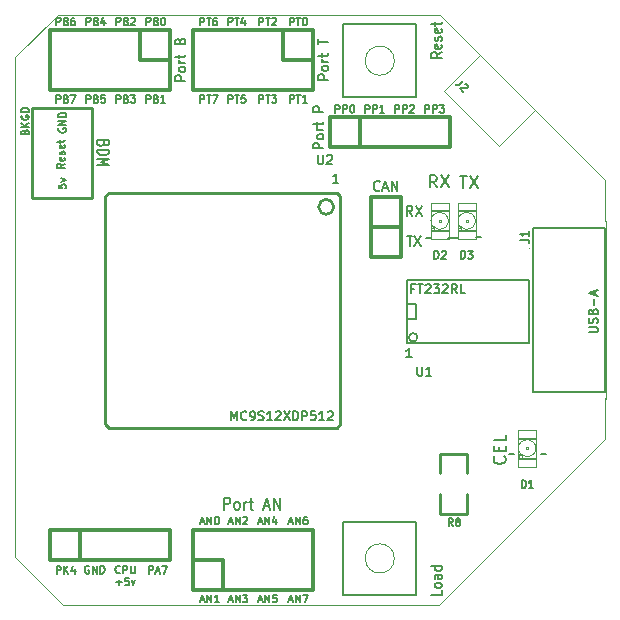
<source format=gto>
G04 (created by PCBNEW (22-Jun-2014 BZR 4027)-stable) date Sat 19 May 2018 03:07:35 PM EDT*
%MOIN*%
G04 Gerber Fmt 3.4, Leading zero omitted, Abs format*
%FSLAX34Y34*%
G01*
G70*
G90*
G04 APERTURE LIST*
%ADD10C,0.00590551*%
%ADD11C,0.00669291*%
%ADD12C,0.001*%
%ADD13C,0.005*%
%ADD14C,0.008*%
%ADD15C,0.007*%
%ADD16C,0.00748031*%
%ADD17C,0.006*%
%ADD18C,0.012*%
%ADD19C,0.002*%
%ADD20C,0.004*%
%ADD21C,0.0026*%
%ADD22C,0.01*%
%ADD23C,0.00125*%
G04 APERTURE END LIST*
G54D10*
G54D11*
X54956Y-29592D02*
X55136Y-29592D01*
X55046Y-29926D02*
X55046Y-29592D01*
X55211Y-29592D02*
X55421Y-29926D01*
X55421Y-29592D02*
X55211Y-29926D01*
X55144Y-28926D02*
X55039Y-28767D01*
X54964Y-28926D02*
X54964Y-28592D01*
X55084Y-28592D01*
X55114Y-28608D01*
X55129Y-28624D01*
X55144Y-28655D01*
X55144Y-28703D01*
X55129Y-28735D01*
X55114Y-28751D01*
X55084Y-28767D01*
X54964Y-28767D01*
X55249Y-28592D02*
X55459Y-28926D01*
X55459Y-28592D02*
X55249Y-28926D01*
X54049Y-28076D02*
X54034Y-28091D01*
X53989Y-28107D01*
X53959Y-28107D01*
X53914Y-28091D01*
X53884Y-28060D01*
X53869Y-28028D01*
X53854Y-27964D01*
X53854Y-27916D01*
X53869Y-27852D01*
X53884Y-27821D01*
X53914Y-27789D01*
X53959Y-27773D01*
X53989Y-27773D01*
X54034Y-27789D01*
X54049Y-27805D01*
X54169Y-28012D02*
X54319Y-28012D01*
X54139Y-28107D02*
X54244Y-27773D01*
X54349Y-28107D01*
X54454Y-28107D02*
X54454Y-27773D01*
X54634Y-28107D01*
X54634Y-27773D01*
G54D12*
X43318Y-22224D02*
X43511Y-22224D01*
X41893Y-23649D02*
X43318Y-22224D01*
X41893Y-23842D02*
X41893Y-23649D01*
G54D13*
X43269Y-25160D02*
X43269Y-24910D01*
X43364Y-24910D01*
X43388Y-24922D01*
X43400Y-24934D01*
X43412Y-24957D01*
X43412Y-24993D01*
X43400Y-25017D01*
X43388Y-25029D01*
X43364Y-25041D01*
X43269Y-25041D01*
X43602Y-25029D02*
X43638Y-25041D01*
X43650Y-25053D01*
X43662Y-25076D01*
X43662Y-25112D01*
X43650Y-25136D01*
X43638Y-25148D01*
X43614Y-25160D01*
X43519Y-25160D01*
X43519Y-24910D01*
X43602Y-24910D01*
X43626Y-24922D01*
X43638Y-24934D01*
X43650Y-24957D01*
X43650Y-24981D01*
X43638Y-25005D01*
X43626Y-25017D01*
X43602Y-25029D01*
X43519Y-25029D01*
X43745Y-24910D02*
X43912Y-24910D01*
X43804Y-25160D01*
X44269Y-25160D02*
X44269Y-24910D01*
X44364Y-24910D01*
X44388Y-24922D01*
X44400Y-24934D01*
X44412Y-24957D01*
X44412Y-24993D01*
X44400Y-25017D01*
X44388Y-25029D01*
X44364Y-25041D01*
X44269Y-25041D01*
X44602Y-25029D02*
X44638Y-25041D01*
X44650Y-25053D01*
X44662Y-25076D01*
X44662Y-25112D01*
X44650Y-25136D01*
X44638Y-25148D01*
X44614Y-25160D01*
X44519Y-25160D01*
X44519Y-24910D01*
X44602Y-24910D01*
X44626Y-24922D01*
X44638Y-24934D01*
X44650Y-24957D01*
X44650Y-24981D01*
X44638Y-25005D01*
X44626Y-25017D01*
X44602Y-25029D01*
X44519Y-25029D01*
X44888Y-24910D02*
X44769Y-24910D01*
X44757Y-25029D01*
X44769Y-25017D01*
X44793Y-25005D01*
X44852Y-25005D01*
X44876Y-25017D01*
X44888Y-25029D01*
X44900Y-25053D01*
X44900Y-25112D01*
X44888Y-25136D01*
X44876Y-25148D01*
X44852Y-25160D01*
X44793Y-25160D01*
X44769Y-25148D01*
X44757Y-25136D01*
X45269Y-25160D02*
X45269Y-24910D01*
X45364Y-24910D01*
X45388Y-24922D01*
X45400Y-24934D01*
X45412Y-24957D01*
X45412Y-24993D01*
X45400Y-25017D01*
X45388Y-25029D01*
X45364Y-25041D01*
X45269Y-25041D01*
X45602Y-25029D02*
X45638Y-25041D01*
X45650Y-25053D01*
X45662Y-25076D01*
X45662Y-25112D01*
X45650Y-25136D01*
X45638Y-25148D01*
X45614Y-25160D01*
X45519Y-25160D01*
X45519Y-24910D01*
X45602Y-24910D01*
X45626Y-24922D01*
X45638Y-24934D01*
X45650Y-24957D01*
X45650Y-24981D01*
X45638Y-25005D01*
X45626Y-25017D01*
X45602Y-25029D01*
X45519Y-25029D01*
X45745Y-24910D02*
X45900Y-24910D01*
X45816Y-25005D01*
X45852Y-25005D01*
X45876Y-25017D01*
X45888Y-25029D01*
X45900Y-25053D01*
X45900Y-25112D01*
X45888Y-25136D01*
X45876Y-25148D01*
X45852Y-25160D01*
X45781Y-25160D01*
X45757Y-25148D01*
X45745Y-25136D01*
X46269Y-25160D02*
X46269Y-24910D01*
X46364Y-24910D01*
X46388Y-24922D01*
X46400Y-24934D01*
X46412Y-24957D01*
X46412Y-24993D01*
X46400Y-25017D01*
X46388Y-25029D01*
X46364Y-25041D01*
X46269Y-25041D01*
X46602Y-25029D02*
X46638Y-25041D01*
X46650Y-25053D01*
X46662Y-25076D01*
X46662Y-25112D01*
X46650Y-25136D01*
X46638Y-25148D01*
X46614Y-25160D01*
X46519Y-25160D01*
X46519Y-24910D01*
X46602Y-24910D01*
X46626Y-24922D01*
X46638Y-24934D01*
X46650Y-24957D01*
X46650Y-24981D01*
X46638Y-25005D01*
X46626Y-25017D01*
X46602Y-25029D01*
X46519Y-25029D01*
X46900Y-25160D02*
X46757Y-25160D01*
X46828Y-25160D02*
X46828Y-24910D01*
X46804Y-24945D01*
X46781Y-24969D01*
X46757Y-24981D01*
X43269Y-22581D02*
X43269Y-22331D01*
X43364Y-22331D01*
X43388Y-22343D01*
X43400Y-22355D01*
X43412Y-22379D01*
X43412Y-22414D01*
X43400Y-22438D01*
X43388Y-22450D01*
X43364Y-22462D01*
X43269Y-22462D01*
X43602Y-22450D02*
X43638Y-22462D01*
X43650Y-22474D01*
X43662Y-22498D01*
X43662Y-22533D01*
X43650Y-22557D01*
X43638Y-22569D01*
X43614Y-22581D01*
X43519Y-22581D01*
X43519Y-22331D01*
X43602Y-22331D01*
X43626Y-22343D01*
X43638Y-22355D01*
X43650Y-22379D01*
X43650Y-22402D01*
X43638Y-22426D01*
X43626Y-22438D01*
X43602Y-22450D01*
X43519Y-22450D01*
X43876Y-22331D02*
X43828Y-22331D01*
X43804Y-22343D01*
X43793Y-22355D01*
X43769Y-22391D01*
X43757Y-22438D01*
X43757Y-22533D01*
X43769Y-22557D01*
X43781Y-22569D01*
X43804Y-22581D01*
X43852Y-22581D01*
X43876Y-22569D01*
X43888Y-22557D01*
X43900Y-22533D01*
X43900Y-22474D01*
X43888Y-22450D01*
X43876Y-22438D01*
X43852Y-22426D01*
X43804Y-22426D01*
X43781Y-22438D01*
X43769Y-22450D01*
X43757Y-22474D01*
X44269Y-22581D02*
X44269Y-22331D01*
X44364Y-22331D01*
X44388Y-22343D01*
X44400Y-22355D01*
X44412Y-22379D01*
X44412Y-22414D01*
X44400Y-22438D01*
X44388Y-22450D01*
X44364Y-22462D01*
X44269Y-22462D01*
X44602Y-22450D02*
X44638Y-22462D01*
X44650Y-22474D01*
X44662Y-22498D01*
X44662Y-22533D01*
X44650Y-22557D01*
X44638Y-22569D01*
X44614Y-22581D01*
X44519Y-22581D01*
X44519Y-22331D01*
X44602Y-22331D01*
X44626Y-22343D01*
X44638Y-22355D01*
X44650Y-22379D01*
X44650Y-22402D01*
X44638Y-22426D01*
X44626Y-22438D01*
X44602Y-22450D01*
X44519Y-22450D01*
X44876Y-22414D02*
X44876Y-22581D01*
X44816Y-22319D02*
X44757Y-22498D01*
X44912Y-22498D01*
X45269Y-22581D02*
X45269Y-22331D01*
X45364Y-22331D01*
X45388Y-22343D01*
X45400Y-22355D01*
X45412Y-22379D01*
X45412Y-22414D01*
X45400Y-22438D01*
X45388Y-22450D01*
X45364Y-22462D01*
X45269Y-22462D01*
X45602Y-22450D02*
X45638Y-22462D01*
X45650Y-22474D01*
X45662Y-22498D01*
X45662Y-22533D01*
X45650Y-22557D01*
X45638Y-22569D01*
X45614Y-22581D01*
X45519Y-22581D01*
X45519Y-22331D01*
X45602Y-22331D01*
X45626Y-22343D01*
X45638Y-22355D01*
X45650Y-22379D01*
X45650Y-22402D01*
X45638Y-22426D01*
X45626Y-22438D01*
X45602Y-22450D01*
X45519Y-22450D01*
X45757Y-22355D02*
X45769Y-22343D01*
X45793Y-22331D01*
X45852Y-22331D01*
X45876Y-22343D01*
X45888Y-22355D01*
X45900Y-22379D01*
X45900Y-22402D01*
X45888Y-22438D01*
X45745Y-22581D01*
X45900Y-22581D01*
X46269Y-22581D02*
X46269Y-22331D01*
X46364Y-22331D01*
X46388Y-22343D01*
X46400Y-22355D01*
X46412Y-22379D01*
X46412Y-22414D01*
X46400Y-22438D01*
X46388Y-22450D01*
X46364Y-22462D01*
X46269Y-22462D01*
X46602Y-22450D02*
X46638Y-22462D01*
X46650Y-22474D01*
X46662Y-22498D01*
X46662Y-22533D01*
X46650Y-22557D01*
X46638Y-22569D01*
X46614Y-22581D01*
X46519Y-22581D01*
X46519Y-22331D01*
X46602Y-22331D01*
X46626Y-22343D01*
X46638Y-22355D01*
X46650Y-22379D01*
X46650Y-22402D01*
X46638Y-22426D01*
X46626Y-22438D01*
X46602Y-22450D01*
X46519Y-22450D01*
X46816Y-22331D02*
X46840Y-22331D01*
X46864Y-22343D01*
X46876Y-22355D01*
X46888Y-22379D01*
X46900Y-22426D01*
X46900Y-22486D01*
X46888Y-22533D01*
X46876Y-22557D01*
X46864Y-22569D01*
X46840Y-22581D01*
X46816Y-22581D01*
X46793Y-22569D01*
X46781Y-22557D01*
X46769Y-22533D01*
X46757Y-22486D01*
X46757Y-22426D01*
X46769Y-22379D01*
X46781Y-22355D01*
X46793Y-22343D01*
X46816Y-22331D01*
G54D11*
X47576Y-24430D02*
X47241Y-24430D01*
X47241Y-24310D01*
X47257Y-24280D01*
X47273Y-24265D01*
X47305Y-24250D01*
X47353Y-24250D01*
X47385Y-24265D01*
X47401Y-24280D01*
X47417Y-24310D01*
X47417Y-24430D01*
X47576Y-24070D02*
X47560Y-24100D01*
X47544Y-24115D01*
X47512Y-24130D01*
X47417Y-24130D01*
X47385Y-24115D01*
X47369Y-24100D01*
X47353Y-24070D01*
X47353Y-24025D01*
X47369Y-23995D01*
X47385Y-23980D01*
X47417Y-23965D01*
X47512Y-23965D01*
X47544Y-23980D01*
X47560Y-23995D01*
X47576Y-24025D01*
X47576Y-24070D01*
X47576Y-23830D02*
X47353Y-23830D01*
X47417Y-23830D02*
X47385Y-23815D01*
X47369Y-23800D01*
X47353Y-23770D01*
X47353Y-23740D01*
X47353Y-23680D02*
X47353Y-23560D01*
X47241Y-23635D02*
X47528Y-23635D01*
X47560Y-23620D01*
X47576Y-23590D01*
X47576Y-23560D01*
X47401Y-23110D02*
X47417Y-23065D01*
X47432Y-23050D01*
X47464Y-23035D01*
X47512Y-23035D01*
X47544Y-23050D01*
X47560Y-23065D01*
X47576Y-23095D01*
X47576Y-23215D01*
X47241Y-23215D01*
X47241Y-23110D01*
X47257Y-23080D01*
X47273Y-23065D01*
X47305Y-23050D01*
X47337Y-23050D01*
X47369Y-23065D01*
X47385Y-23080D01*
X47401Y-23110D01*
X47401Y-23215D01*
G54D13*
X55568Y-25494D02*
X55568Y-25244D01*
X55663Y-25244D01*
X55687Y-25256D01*
X55699Y-25268D01*
X55711Y-25292D01*
X55711Y-25328D01*
X55699Y-25352D01*
X55687Y-25363D01*
X55663Y-25375D01*
X55568Y-25375D01*
X55818Y-25494D02*
X55818Y-25244D01*
X55913Y-25244D01*
X55937Y-25256D01*
X55949Y-25268D01*
X55961Y-25292D01*
X55961Y-25328D01*
X55949Y-25352D01*
X55937Y-25363D01*
X55913Y-25375D01*
X55818Y-25375D01*
X56044Y-25244D02*
X56199Y-25244D01*
X56116Y-25340D01*
X56151Y-25340D01*
X56175Y-25352D01*
X56187Y-25363D01*
X56199Y-25387D01*
X56199Y-25447D01*
X56187Y-25471D01*
X56175Y-25482D01*
X56151Y-25494D01*
X56080Y-25494D01*
X56056Y-25482D01*
X56044Y-25471D01*
X54568Y-25494D02*
X54568Y-25244D01*
X54663Y-25244D01*
X54687Y-25256D01*
X54699Y-25268D01*
X54711Y-25292D01*
X54711Y-25328D01*
X54699Y-25352D01*
X54687Y-25363D01*
X54663Y-25375D01*
X54568Y-25375D01*
X54818Y-25494D02*
X54818Y-25244D01*
X54913Y-25244D01*
X54937Y-25256D01*
X54949Y-25268D01*
X54961Y-25292D01*
X54961Y-25328D01*
X54949Y-25352D01*
X54937Y-25363D01*
X54913Y-25375D01*
X54818Y-25375D01*
X55056Y-25268D02*
X55068Y-25256D01*
X55092Y-25244D01*
X55151Y-25244D01*
X55175Y-25256D01*
X55187Y-25268D01*
X55199Y-25292D01*
X55199Y-25316D01*
X55187Y-25352D01*
X55044Y-25494D01*
X55199Y-25494D01*
X53572Y-25494D02*
X53572Y-25244D01*
X53667Y-25244D01*
X53691Y-25256D01*
X53703Y-25268D01*
X53715Y-25292D01*
X53715Y-25328D01*
X53703Y-25352D01*
X53691Y-25363D01*
X53667Y-25375D01*
X53572Y-25375D01*
X53822Y-25494D02*
X53822Y-25244D01*
X53917Y-25244D01*
X53941Y-25256D01*
X53953Y-25268D01*
X53965Y-25292D01*
X53965Y-25328D01*
X53953Y-25352D01*
X53941Y-25363D01*
X53917Y-25375D01*
X53822Y-25375D01*
X54203Y-25494D02*
X54060Y-25494D01*
X54131Y-25494D02*
X54131Y-25244D01*
X54108Y-25280D01*
X54084Y-25304D01*
X54060Y-25316D01*
X52572Y-25494D02*
X52572Y-25244D01*
X52667Y-25244D01*
X52691Y-25256D01*
X52703Y-25268D01*
X52715Y-25292D01*
X52715Y-25328D01*
X52703Y-25352D01*
X52691Y-25363D01*
X52667Y-25375D01*
X52572Y-25375D01*
X52822Y-25494D02*
X52822Y-25244D01*
X52917Y-25244D01*
X52941Y-25256D01*
X52953Y-25268D01*
X52965Y-25292D01*
X52965Y-25328D01*
X52953Y-25352D01*
X52941Y-25363D01*
X52917Y-25375D01*
X52822Y-25375D01*
X53119Y-25244D02*
X53143Y-25244D01*
X53167Y-25256D01*
X53179Y-25268D01*
X53191Y-25292D01*
X53203Y-25340D01*
X53203Y-25399D01*
X53191Y-25447D01*
X53179Y-25471D01*
X53167Y-25482D01*
X53143Y-25494D01*
X53119Y-25494D01*
X53096Y-25482D01*
X53084Y-25471D01*
X53072Y-25447D01*
X53060Y-25399D01*
X53060Y-25340D01*
X53072Y-25292D01*
X53084Y-25268D01*
X53096Y-25256D01*
X53119Y-25244D01*
G54D11*
X52178Y-26674D02*
X51844Y-26674D01*
X51844Y-26554D01*
X51860Y-26524D01*
X51875Y-26509D01*
X51907Y-26494D01*
X51955Y-26494D01*
X51987Y-26509D01*
X52003Y-26524D01*
X52019Y-26554D01*
X52019Y-26674D01*
X52178Y-26314D02*
X52162Y-26344D01*
X52146Y-26359D01*
X52115Y-26374D01*
X52019Y-26374D01*
X51987Y-26359D01*
X51971Y-26344D01*
X51955Y-26314D01*
X51955Y-26269D01*
X51971Y-26239D01*
X51987Y-26224D01*
X52019Y-26209D01*
X52115Y-26209D01*
X52146Y-26224D01*
X52162Y-26239D01*
X52178Y-26269D01*
X52178Y-26314D01*
X52178Y-26074D02*
X51955Y-26074D01*
X52019Y-26074D02*
X51987Y-26059D01*
X51971Y-26044D01*
X51955Y-26014D01*
X51955Y-25984D01*
X51955Y-25924D02*
X51955Y-25804D01*
X51844Y-25879D02*
X52130Y-25879D01*
X52162Y-25864D01*
X52178Y-25834D01*
X52178Y-25804D01*
X52178Y-25459D02*
X51844Y-25459D01*
X51844Y-25339D01*
X51860Y-25309D01*
X51875Y-25294D01*
X51907Y-25279D01*
X51955Y-25279D01*
X51987Y-25294D01*
X52003Y-25309D01*
X52019Y-25339D01*
X52019Y-25459D01*
G54D12*
X61578Y-36374D02*
X61578Y-35023D01*
X59035Y-38917D02*
X61578Y-36374D01*
X56043Y-41909D02*
X59035Y-38917D01*
X43511Y-41909D02*
X56043Y-41909D01*
X41893Y-40291D02*
X43511Y-41909D01*
X41893Y-38625D02*
X41893Y-40291D01*
X41893Y-23842D02*
X41893Y-25547D01*
X61578Y-27755D02*
X61578Y-29122D01*
X56047Y-22224D02*
X61578Y-27755D01*
X43511Y-22224D02*
X56047Y-22224D01*
G54D11*
X44850Y-26515D02*
X44831Y-26560D01*
X44812Y-26575D01*
X44775Y-26590D01*
X44718Y-26590D01*
X44681Y-26575D01*
X44662Y-26560D01*
X44643Y-26530D01*
X44643Y-26410D01*
X45037Y-26410D01*
X45037Y-26515D01*
X45018Y-26545D01*
X45000Y-26560D01*
X44962Y-26575D01*
X44925Y-26575D01*
X44887Y-26560D01*
X44868Y-26545D01*
X44850Y-26515D01*
X44850Y-26410D01*
X44643Y-26725D02*
X45037Y-26725D01*
X45037Y-26800D01*
X45018Y-26845D01*
X44981Y-26875D01*
X44943Y-26890D01*
X44868Y-26905D01*
X44812Y-26905D01*
X44737Y-26890D01*
X44700Y-26875D01*
X44662Y-26845D01*
X44643Y-26800D01*
X44643Y-26725D01*
X44643Y-27040D02*
X45037Y-27040D01*
X44756Y-27145D01*
X45037Y-27250D01*
X44643Y-27250D01*
X52340Y-24392D02*
X52005Y-24392D01*
X52005Y-24272D01*
X52021Y-24242D01*
X52037Y-24227D01*
X52069Y-24212D01*
X52117Y-24212D01*
X52148Y-24227D01*
X52164Y-24242D01*
X52180Y-24272D01*
X52180Y-24392D01*
X52340Y-24032D02*
X52324Y-24062D01*
X52308Y-24077D01*
X52276Y-24092D01*
X52180Y-24092D01*
X52148Y-24077D01*
X52133Y-24062D01*
X52117Y-24032D01*
X52117Y-23987D01*
X52133Y-23957D01*
X52148Y-23942D01*
X52180Y-23927D01*
X52276Y-23927D01*
X52308Y-23942D01*
X52324Y-23957D01*
X52340Y-23987D01*
X52340Y-24032D01*
X52340Y-23792D02*
X52117Y-23792D01*
X52180Y-23792D02*
X52148Y-23777D01*
X52133Y-23762D01*
X52117Y-23732D01*
X52117Y-23702D01*
X52117Y-23642D02*
X52117Y-23522D01*
X52005Y-23597D02*
X52292Y-23597D01*
X52324Y-23582D01*
X52340Y-23552D01*
X52340Y-23522D01*
X52005Y-23222D02*
X52005Y-23042D01*
X52340Y-23132D02*
X52005Y-23132D01*
G54D14*
X48874Y-38728D02*
X48874Y-38328D01*
X49007Y-38328D01*
X49040Y-38347D01*
X49057Y-38366D01*
X49074Y-38405D01*
X49074Y-38462D01*
X49057Y-38500D01*
X49040Y-38519D01*
X49007Y-38538D01*
X48874Y-38538D01*
X49274Y-38728D02*
X49240Y-38709D01*
X49224Y-38690D01*
X49207Y-38652D01*
X49207Y-38538D01*
X49224Y-38500D01*
X49240Y-38481D01*
X49274Y-38462D01*
X49324Y-38462D01*
X49357Y-38481D01*
X49374Y-38500D01*
X49390Y-38538D01*
X49390Y-38652D01*
X49374Y-38690D01*
X49357Y-38709D01*
X49324Y-38728D01*
X49274Y-38728D01*
X49540Y-38728D02*
X49540Y-38462D01*
X49540Y-38538D02*
X49557Y-38500D01*
X49574Y-38481D01*
X49607Y-38462D01*
X49640Y-38462D01*
X49707Y-38462D02*
X49840Y-38462D01*
X49757Y-38328D02*
X49757Y-38671D01*
X49774Y-38709D01*
X49807Y-38728D01*
X49840Y-38728D01*
X50207Y-38614D02*
X50374Y-38614D01*
X50174Y-38728D02*
X50290Y-38328D01*
X50407Y-38728D01*
X50524Y-38728D02*
X50524Y-38328D01*
X50724Y-38728D01*
X50724Y-38328D01*
G54D11*
X56127Y-23480D02*
X55958Y-23585D01*
X56127Y-23660D02*
X55773Y-23660D01*
X55773Y-23540D01*
X55790Y-23510D01*
X55807Y-23495D01*
X55840Y-23480D01*
X55891Y-23480D01*
X55925Y-23495D01*
X55942Y-23510D01*
X55958Y-23540D01*
X55958Y-23660D01*
X56110Y-23225D02*
X56127Y-23255D01*
X56127Y-23315D01*
X56110Y-23345D01*
X56077Y-23360D01*
X55942Y-23360D01*
X55908Y-23345D01*
X55891Y-23315D01*
X55891Y-23255D01*
X55908Y-23225D01*
X55942Y-23210D01*
X55975Y-23210D01*
X56009Y-23360D01*
X56110Y-23090D02*
X56127Y-23060D01*
X56127Y-23000D01*
X56110Y-22970D01*
X56077Y-22955D01*
X56060Y-22955D01*
X56026Y-22970D01*
X56009Y-23000D01*
X56009Y-23045D01*
X55992Y-23075D01*
X55958Y-23090D01*
X55942Y-23090D01*
X55908Y-23075D01*
X55891Y-23045D01*
X55891Y-23000D01*
X55908Y-22970D01*
X56110Y-22700D02*
X56127Y-22730D01*
X56127Y-22790D01*
X56110Y-22820D01*
X56077Y-22835D01*
X55942Y-22835D01*
X55908Y-22820D01*
X55891Y-22790D01*
X55891Y-22730D01*
X55908Y-22700D01*
X55942Y-22685D01*
X55975Y-22685D01*
X56009Y-22835D01*
X55891Y-22595D02*
X55891Y-22475D01*
X55773Y-22550D02*
X56077Y-22550D01*
X56110Y-22535D01*
X56127Y-22505D01*
X56127Y-22475D01*
X56127Y-41420D02*
X56127Y-41570D01*
X55773Y-41570D01*
X56127Y-41270D02*
X56110Y-41300D01*
X56093Y-41315D01*
X56060Y-41330D01*
X55958Y-41330D01*
X55925Y-41315D01*
X55908Y-41300D01*
X55891Y-41270D01*
X55891Y-41225D01*
X55908Y-41195D01*
X55925Y-41180D01*
X55958Y-41165D01*
X56060Y-41165D01*
X56093Y-41180D01*
X56110Y-41195D01*
X56127Y-41225D01*
X56127Y-41270D01*
X56127Y-40895D02*
X55942Y-40895D01*
X55908Y-40910D01*
X55891Y-40940D01*
X55891Y-41000D01*
X55908Y-41030D01*
X56110Y-40895D02*
X56127Y-40925D01*
X56127Y-41000D01*
X56110Y-41030D01*
X56077Y-41045D01*
X56043Y-41045D01*
X56009Y-41030D01*
X55992Y-41000D01*
X55992Y-40925D01*
X55975Y-40895D01*
X56127Y-40610D02*
X55773Y-40610D01*
X56110Y-40610D02*
X56127Y-40640D01*
X56127Y-40700D01*
X56110Y-40730D01*
X56093Y-40745D01*
X56060Y-40760D01*
X55958Y-40760D01*
X55925Y-40745D01*
X55908Y-40730D01*
X55891Y-40700D01*
X55891Y-40640D01*
X55908Y-40610D01*
G54D13*
X43281Y-40861D02*
X43281Y-40611D01*
X43376Y-40611D01*
X43400Y-40622D01*
X43411Y-40634D01*
X43423Y-40658D01*
X43423Y-40694D01*
X43411Y-40718D01*
X43400Y-40730D01*
X43376Y-40741D01*
X43281Y-40741D01*
X43531Y-40861D02*
X43531Y-40611D01*
X43673Y-40861D02*
X43566Y-40718D01*
X43673Y-40611D02*
X43531Y-40753D01*
X43888Y-40694D02*
X43888Y-40861D01*
X43828Y-40599D02*
X43769Y-40777D01*
X43923Y-40777D01*
X44364Y-40619D02*
X44340Y-40607D01*
X44305Y-40607D01*
X44269Y-40619D01*
X44245Y-40642D01*
X44233Y-40666D01*
X44221Y-40714D01*
X44221Y-40749D01*
X44233Y-40797D01*
X44245Y-40821D01*
X44269Y-40845D01*
X44305Y-40857D01*
X44328Y-40857D01*
X44364Y-40845D01*
X44376Y-40833D01*
X44376Y-40749D01*
X44328Y-40749D01*
X44483Y-40857D02*
X44483Y-40607D01*
X44626Y-40857D01*
X44626Y-40607D01*
X44745Y-40857D02*
X44745Y-40607D01*
X44805Y-40607D01*
X44840Y-40619D01*
X44864Y-40642D01*
X44876Y-40666D01*
X44888Y-40714D01*
X44888Y-40749D01*
X44876Y-40797D01*
X44864Y-40821D01*
X44840Y-40845D01*
X44805Y-40857D01*
X44745Y-40857D01*
X56829Y-24442D02*
X56703Y-24568D01*
X56669Y-24585D01*
X56636Y-24585D01*
X56602Y-24568D01*
X56585Y-24551D01*
X56888Y-24534D02*
X56905Y-24534D01*
X56930Y-24543D01*
X56972Y-24585D01*
X56981Y-24610D01*
X56981Y-24627D01*
X56972Y-24652D01*
X56956Y-24669D01*
X56922Y-24686D01*
X56720Y-24686D01*
X56829Y-24795D01*
X45392Y-40825D02*
X45380Y-40837D01*
X45344Y-40849D01*
X45320Y-40849D01*
X45285Y-40837D01*
X45261Y-40813D01*
X45249Y-40789D01*
X45237Y-40742D01*
X45237Y-40706D01*
X45249Y-40658D01*
X45261Y-40634D01*
X45285Y-40611D01*
X45320Y-40599D01*
X45344Y-40599D01*
X45380Y-40611D01*
X45392Y-40623D01*
X45499Y-40849D02*
X45499Y-40599D01*
X45594Y-40599D01*
X45618Y-40611D01*
X45630Y-40623D01*
X45642Y-40646D01*
X45642Y-40682D01*
X45630Y-40706D01*
X45618Y-40718D01*
X45594Y-40730D01*
X45499Y-40730D01*
X45749Y-40599D02*
X45749Y-40801D01*
X45761Y-40825D01*
X45773Y-40837D01*
X45797Y-40849D01*
X45844Y-40849D01*
X45868Y-40837D01*
X45880Y-40825D01*
X45892Y-40801D01*
X45892Y-40599D01*
X45261Y-41153D02*
X45451Y-41153D01*
X45356Y-41249D02*
X45356Y-41058D01*
X45689Y-40999D02*
X45570Y-40999D01*
X45558Y-41118D01*
X45570Y-41106D01*
X45594Y-41094D01*
X45654Y-41094D01*
X45678Y-41106D01*
X45689Y-41118D01*
X45701Y-41142D01*
X45701Y-41201D01*
X45689Y-41225D01*
X45678Y-41237D01*
X45654Y-41249D01*
X45594Y-41249D01*
X45570Y-41237D01*
X45558Y-41225D01*
X45785Y-41082D02*
X45844Y-41249D01*
X45904Y-41082D01*
X48076Y-41742D02*
X48195Y-41742D01*
X48052Y-41813D02*
X48135Y-41563D01*
X48219Y-41813D01*
X48302Y-41813D02*
X48302Y-41563D01*
X48445Y-41813D01*
X48445Y-41563D01*
X48695Y-41813D02*
X48552Y-41813D01*
X48623Y-41813D02*
X48623Y-41563D01*
X48600Y-41599D01*
X48576Y-41623D01*
X48552Y-41635D01*
X49021Y-41742D02*
X49140Y-41742D01*
X48997Y-41813D02*
X49080Y-41563D01*
X49164Y-41813D01*
X49247Y-41813D02*
X49247Y-41563D01*
X49390Y-41813D01*
X49390Y-41563D01*
X49485Y-41563D02*
X49640Y-41563D01*
X49556Y-41659D01*
X49592Y-41659D01*
X49616Y-41670D01*
X49628Y-41682D01*
X49640Y-41706D01*
X49640Y-41766D01*
X49628Y-41789D01*
X49616Y-41801D01*
X49592Y-41813D01*
X49521Y-41813D01*
X49497Y-41801D01*
X49485Y-41789D01*
X50005Y-41742D02*
X50124Y-41742D01*
X49981Y-41813D02*
X50064Y-41563D01*
X50148Y-41813D01*
X50231Y-41813D02*
X50231Y-41563D01*
X50374Y-41813D01*
X50374Y-41563D01*
X50612Y-41563D02*
X50493Y-41563D01*
X50481Y-41682D01*
X50493Y-41670D01*
X50517Y-41659D01*
X50576Y-41659D01*
X50600Y-41670D01*
X50612Y-41682D01*
X50624Y-41706D01*
X50624Y-41766D01*
X50612Y-41789D01*
X50600Y-41801D01*
X50576Y-41813D01*
X50517Y-41813D01*
X50493Y-41801D01*
X50481Y-41789D01*
X51029Y-41742D02*
X51148Y-41742D01*
X51005Y-41813D02*
X51088Y-41563D01*
X51171Y-41813D01*
X51255Y-41813D02*
X51255Y-41563D01*
X51398Y-41813D01*
X51398Y-41563D01*
X51493Y-41563D02*
X51660Y-41563D01*
X51552Y-41813D01*
X46350Y-40857D02*
X46350Y-40607D01*
X46445Y-40607D01*
X46469Y-40619D01*
X46481Y-40630D01*
X46492Y-40654D01*
X46492Y-40690D01*
X46481Y-40714D01*
X46469Y-40726D01*
X46445Y-40738D01*
X46350Y-40738D01*
X46588Y-40785D02*
X46707Y-40785D01*
X46564Y-40857D02*
X46647Y-40607D01*
X46731Y-40857D01*
X46790Y-40607D02*
X46957Y-40607D01*
X46850Y-40857D01*
X51058Y-25160D02*
X51058Y-24910D01*
X51154Y-24910D01*
X51177Y-24922D01*
X51189Y-24934D01*
X51201Y-24957D01*
X51201Y-24993D01*
X51189Y-25017D01*
X51177Y-25029D01*
X51154Y-25041D01*
X51058Y-25041D01*
X51273Y-24910D02*
X51415Y-24910D01*
X51344Y-25160D02*
X51344Y-24910D01*
X51630Y-25160D02*
X51487Y-25160D01*
X51558Y-25160D02*
X51558Y-24910D01*
X51535Y-24945D01*
X51511Y-24969D01*
X51487Y-24981D01*
X50035Y-25160D02*
X50035Y-24910D01*
X50130Y-24910D01*
X50154Y-24922D01*
X50166Y-24934D01*
X50178Y-24957D01*
X50178Y-24993D01*
X50166Y-25017D01*
X50154Y-25029D01*
X50130Y-25041D01*
X50035Y-25041D01*
X50249Y-24910D02*
X50392Y-24910D01*
X50320Y-25160D02*
X50320Y-24910D01*
X50451Y-24910D02*
X50606Y-24910D01*
X50523Y-25005D01*
X50559Y-25005D01*
X50582Y-25017D01*
X50594Y-25029D01*
X50606Y-25053D01*
X50606Y-25112D01*
X50594Y-25136D01*
X50582Y-25148D01*
X50559Y-25160D01*
X50487Y-25160D01*
X50463Y-25148D01*
X50451Y-25136D01*
X51058Y-22581D02*
X51058Y-22331D01*
X51154Y-22331D01*
X51177Y-22343D01*
X51189Y-22355D01*
X51201Y-22379D01*
X51201Y-22414D01*
X51189Y-22438D01*
X51177Y-22450D01*
X51154Y-22462D01*
X51058Y-22462D01*
X51273Y-22331D02*
X51415Y-22331D01*
X51344Y-22581D02*
X51344Y-22331D01*
X51546Y-22331D02*
X51570Y-22331D01*
X51594Y-22343D01*
X51606Y-22355D01*
X51618Y-22379D01*
X51630Y-22426D01*
X51630Y-22486D01*
X51618Y-22533D01*
X51606Y-22557D01*
X51594Y-22569D01*
X51570Y-22581D01*
X51546Y-22581D01*
X51523Y-22569D01*
X51511Y-22557D01*
X51499Y-22533D01*
X51487Y-22486D01*
X51487Y-22426D01*
X51499Y-22379D01*
X51511Y-22355D01*
X51523Y-22343D01*
X51546Y-22331D01*
X50035Y-22581D02*
X50035Y-22331D01*
X50130Y-22331D01*
X50154Y-22343D01*
X50166Y-22355D01*
X50178Y-22379D01*
X50178Y-22414D01*
X50166Y-22438D01*
X50154Y-22450D01*
X50130Y-22462D01*
X50035Y-22462D01*
X50249Y-22331D02*
X50392Y-22331D01*
X50320Y-22581D02*
X50320Y-22331D01*
X50463Y-22355D02*
X50475Y-22343D01*
X50499Y-22331D01*
X50559Y-22331D01*
X50582Y-22343D01*
X50594Y-22355D01*
X50606Y-22379D01*
X50606Y-22402D01*
X50594Y-22438D01*
X50451Y-22581D01*
X50606Y-22581D01*
G54D12*
X41893Y-38625D02*
X41893Y-25547D01*
G54D13*
X48076Y-39143D02*
X48195Y-39143D01*
X48052Y-39215D02*
X48135Y-38965D01*
X48219Y-39215D01*
X48302Y-39215D02*
X48302Y-38965D01*
X48445Y-39215D01*
X48445Y-38965D01*
X48612Y-38965D02*
X48635Y-38965D01*
X48659Y-38977D01*
X48671Y-38989D01*
X48683Y-39012D01*
X48695Y-39060D01*
X48695Y-39120D01*
X48683Y-39167D01*
X48671Y-39191D01*
X48659Y-39203D01*
X48635Y-39215D01*
X48612Y-39215D01*
X48588Y-39203D01*
X48576Y-39191D01*
X48564Y-39167D01*
X48552Y-39120D01*
X48552Y-39060D01*
X48564Y-39012D01*
X48576Y-38989D01*
X48588Y-38977D01*
X48612Y-38965D01*
X49021Y-39143D02*
X49140Y-39143D01*
X48997Y-39215D02*
X49080Y-38965D01*
X49164Y-39215D01*
X49247Y-39215D02*
X49247Y-38965D01*
X49390Y-39215D01*
X49390Y-38965D01*
X49497Y-38989D02*
X49509Y-38977D01*
X49533Y-38965D01*
X49592Y-38965D01*
X49616Y-38977D01*
X49628Y-38989D01*
X49640Y-39012D01*
X49640Y-39036D01*
X49628Y-39072D01*
X49485Y-39215D01*
X49640Y-39215D01*
X50005Y-39143D02*
X50124Y-39143D01*
X49981Y-39215D02*
X50064Y-38965D01*
X50148Y-39215D01*
X50231Y-39215D02*
X50231Y-38965D01*
X50374Y-39215D01*
X50374Y-38965D01*
X50600Y-39048D02*
X50600Y-39215D01*
X50541Y-38953D02*
X50481Y-39132D01*
X50636Y-39132D01*
X51029Y-39143D02*
X51148Y-39143D01*
X51005Y-39215D02*
X51088Y-38965D01*
X51171Y-39215D01*
X51255Y-39215D02*
X51255Y-38965D01*
X51398Y-39215D01*
X51398Y-38965D01*
X51624Y-38965D02*
X51576Y-38965D01*
X51552Y-38977D01*
X51540Y-38989D01*
X51517Y-39024D01*
X51505Y-39072D01*
X51505Y-39167D01*
X51517Y-39191D01*
X51529Y-39203D01*
X51552Y-39215D01*
X51600Y-39215D01*
X51624Y-39203D01*
X51636Y-39191D01*
X51648Y-39167D01*
X51648Y-39108D01*
X51636Y-39084D01*
X51624Y-39072D01*
X51600Y-39060D01*
X51552Y-39060D01*
X51529Y-39072D01*
X51517Y-39084D01*
X51505Y-39108D01*
X49011Y-22581D02*
X49011Y-22331D01*
X49106Y-22331D01*
X49130Y-22343D01*
X49142Y-22355D01*
X49154Y-22379D01*
X49154Y-22414D01*
X49142Y-22438D01*
X49130Y-22450D01*
X49106Y-22462D01*
X49011Y-22462D01*
X49225Y-22331D02*
X49368Y-22331D01*
X49297Y-22581D02*
X49297Y-22331D01*
X49559Y-22414D02*
X49559Y-22581D01*
X49499Y-22319D02*
X49440Y-22498D01*
X49594Y-22498D01*
X48066Y-22581D02*
X48066Y-22331D01*
X48161Y-22331D01*
X48185Y-22343D01*
X48197Y-22355D01*
X48209Y-22379D01*
X48209Y-22414D01*
X48197Y-22438D01*
X48185Y-22450D01*
X48161Y-22462D01*
X48066Y-22462D01*
X48280Y-22331D02*
X48423Y-22331D01*
X48352Y-22581D02*
X48352Y-22331D01*
X48614Y-22331D02*
X48566Y-22331D01*
X48542Y-22343D01*
X48530Y-22355D01*
X48507Y-22391D01*
X48495Y-22438D01*
X48495Y-22533D01*
X48507Y-22557D01*
X48519Y-22569D01*
X48542Y-22581D01*
X48590Y-22581D01*
X48614Y-22569D01*
X48626Y-22557D01*
X48638Y-22533D01*
X48638Y-22474D01*
X48626Y-22450D01*
X48614Y-22438D01*
X48590Y-22426D01*
X48542Y-22426D01*
X48519Y-22438D01*
X48507Y-22450D01*
X48495Y-22474D01*
X49011Y-25160D02*
X49011Y-24910D01*
X49106Y-24910D01*
X49130Y-24922D01*
X49142Y-24934D01*
X49154Y-24957D01*
X49154Y-24993D01*
X49142Y-25017D01*
X49130Y-25029D01*
X49106Y-25041D01*
X49011Y-25041D01*
X49225Y-24910D02*
X49368Y-24910D01*
X49297Y-25160D02*
X49297Y-24910D01*
X49571Y-24910D02*
X49452Y-24910D01*
X49440Y-25029D01*
X49452Y-25017D01*
X49475Y-25005D01*
X49535Y-25005D01*
X49559Y-25017D01*
X49571Y-25029D01*
X49583Y-25053D01*
X49583Y-25112D01*
X49571Y-25136D01*
X49559Y-25148D01*
X49535Y-25160D01*
X49475Y-25160D01*
X49452Y-25148D01*
X49440Y-25136D01*
X48066Y-25160D02*
X48066Y-24910D01*
X48161Y-24910D01*
X48185Y-24922D01*
X48197Y-24934D01*
X48209Y-24957D01*
X48209Y-24993D01*
X48197Y-25017D01*
X48185Y-25029D01*
X48161Y-25041D01*
X48066Y-25041D01*
X48280Y-24910D02*
X48423Y-24910D01*
X48352Y-25160D02*
X48352Y-24910D01*
X48483Y-24910D02*
X48650Y-24910D01*
X48542Y-25160D01*
G54D15*
X55953Y-27984D02*
X55820Y-27794D01*
X55724Y-27984D02*
X55724Y-27584D01*
X55877Y-27584D01*
X55915Y-27603D01*
X55934Y-27623D01*
X55953Y-27661D01*
X55953Y-27718D01*
X55934Y-27756D01*
X55915Y-27775D01*
X55877Y-27794D01*
X55724Y-27794D01*
X56086Y-27584D02*
X56353Y-27984D01*
X56353Y-27584D02*
X56086Y-27984D01*
X56722Y-27600D02*
X56950Y-27600D01*
X56836Y-28000D02*
X56836Y-27600D01*
X57046Y-27600D02*
X57312Y-28000D01*
X57312Y-27600D02*
X57046Y-28000D01*
G54D16*
X58210Y-36955D02*
X58229Y-36974D01*
X58248Y-37031D01*
X58248Y-37069D01*
X58229Y-37126D01*
X58191Y-37164D01*
X58153Y-37183D01*
X58077Y-37202D01*
X58019Y-37202D01*
X57943Y-37183D01*
X57905Y-37164D01*
X57867Y-37126D01*
X57848Y-37069D01*
X57848Y-37031D01*
X57867Y-36974D01*
X57886Y-36955D01*
X58038Y-36783D02*
X58038Y-36650D01*
X58248Y-36593D02*
X58248Y-36783D01*
X57848Y-36783D01*
X57848Y-36593D01*
X58248Y-36231D02*
X58248Y-36421D01*
X57848Y-36421D01*
G54D13*
X61014Y-32818D02*
X61257Y-32818D01*
X61285Y-32804D01*
X61300Y-32790D01*
X61314Y-32761D01*
X61314Y-32704D01*
X61300Y-32676D01*
X61285Y-32661D01*
X61257Y-32647D01*
X61014Y-32647D01*
X61300Y-32518D02*
X61314Y-32476D01*
X61314Y-32404D01*
X61300Y-32376D01*
X61285Y-32361D01*
X61257Y-32347D01*
X61228Y-32347D01*
X61200Y-32361D01*
X61185Y-32376D01*
X61171Y-32404D01*
X61157Y-32461D01*
X61143Y-32490D01*
X61128Y-32504D01*
X61100Y-32518D01*
X61071Y-32518D01*
X61043Y-32504D01*
X61028Y-32490D01*
X61014Y-32461D01*
X61014Y-32390D01*
X61028Y-32347D01*
X61157Y-32118D02*
X61171Y-32076D01*
X61185Y-32061D01*
X61214Y-32047D01*
X61257Y-32047D01*
X61285Y-32061D01*
X61300Y-32076D01*
X61314Y-32104D01*
X61314Y-32218D01*
X61014Y-32218D01*
X61014Y-32118D01*
X61028Y-32090D01*
X61043Y-32076D01*
X61071Y-32061D01*
X61100Y-32061D01*
X61128Y-32076D01*
X61143Y-32090D01*
X61157Y-32118D01*
X61157Y-32218D01*
X61200Y-31918D02*
X61200Y-31690D01*
X61228Y-31561D02*
X61228Y-31418D01*
X61314Y-31590D02*
X61014Y-31490D01*
X61314Y-31390D01*
G54D17*
X59153Y-29335D02*
X59153Y-34807D01*
X61555Y-34807D02*
X61555Y-29335D01*
X60441Y-34807D02*
X61555Y-34807D01*
X60437Y-34807D02*
X59153Y-34807D01*
X60441Y-29335D02*
X61555Y-29335D01*
X60441Y-29335D02*
X59153Y-29335D01*
G54D13*
X58730Y-29741D02*
X58944Y-29741D01*
X58987Y-29756D01*
X59016Y-29784D01*
X59030Y-29827D01*
X59030Y-29856D01*
X59030Y-29442D02*
X59030Y-29613D01*
X59030Y-29527D02*
X58730Y-29527D01*
X58773Y-29556D01*
X58801Y-29584D01*
X58816Y-29613D01*
G54D12*
X61579Y-29709D02*
X61579Y-29122D01*
X61579Y-35024D02*
X61579Y-29709D01*
G54D17*
X57441Y-29653D02*
X57441Y-29650D01*
X57248Y-29653D02*
X57441Y-29653D01*
X56342Y-29657D02*
X56657Y-29657D01*
X55760Y-29661D02*
X55579Y-29661D01*
X59422Y-36881D02*
X59588Y-36881D01*
X58356Y-36885D02*
X58399Y-36885D01*
X58513Y-36885D02*
X58407Y-36885D01*
X55112Y-33648D02*
X54941Y-33648D01*
X55027Y-33648D02*
X55027Y-33348D01*
X54998Y-33391D01*
X54969Y-33419D01*
X54941Y-33434D01*
G54D12*
X59035Y-30016D02*
X59035Y-30020D01*
G54D13*
X43546Y-27195D02*
X43427Y-27278D01*
X43546Y-27338D02*
X43296Y-27338D01*
X43296Y-27242D01*
X43307Y-27219D01*
X43319Y-27207D01*
X43343Y-27195D01*
X43379Y-27195D01*
X43403Y-27207D01*
X43415Y-27219D01*
X43427Y-27242D01*
X43427Y-27338D01*
X43534Y-26992D02*
X43546Y-27016D01*
X43546Y-27064D01*
X43534Y-27088D01*
X43510Y-27100D01*
X43415Y-27100D01*
X43391Y-27088D01*
X43379Y-27064D01*
X43379Y-27016D01*
X43391Y-26992D01*
X43415Y-26981D01*
X43438Y-26981D01*
X43462Y-27100D01*
X43534Y-26885D02*
X43546Y-26862D01*
X43546Y-26814D01*
X43534Y-26790D01*
X43510Y-26778D01*
X43498Y-26778D01*
X43474Y-26790D01*
X43462Y-26814D01*
X43462Y-26850D01*
X43450Y-26873D01*
X43427Y-26885D01*
X43415Y-26885D01*
X43391Y-26873D01*
X43379Y-26850D01*
X43379Y-26814D01*
X43391Y-26790D01*
X43534Y-26576D02*
X43546Y-26600D01*
X43546Y-26647D01*
X43534Y-26671D01*
X43510Y-26683D01*
X43415Y-26683D01*
X43391Y-26671D01*
X43379Y-26647D01*
X43379Y-26600D01*
X43391Y-26576D01*
X43415Y-26564D01*
X43438Y-26564D01*
X43462Y-26683D01*
X43379Y-26492D02*
X43379Y-26397D01*
X43296Y-26457D02*
X43510Y-26457D01*
X43534Y-26445D01*
X43546Y-26421D01*
X43546Y-26397D01*
X42222Y-26140D02*
X42234Y-26104D01*
X42246Y-26092D01*
X42269Y-26081D01*
X42305Y-26081D01*
X42329Y-26092D01*
X42341Y-26104D01*
X42353Y-26128D01*
X42353Y-26223D01*
X42103Y-26223D01*
X42103Y-26140D01*
X42115Y-26116D01*
X42126Y-26104D01*
X42150Y-26092D01*
X42174Y-26092D01*
X42198Y-26104D01*
X42210Y-26116D01*
X42222Y-26140D01*
X42222Y-26223D01*
X42353Y-25973D02*
X42103Y-25973D01*
X42353Y-25831D02*
X42210Y-25938D01*
X42103Y-25831D02*
X42246Y-25973D01*
X42115Y-25592D02*
X42103Y-25616D01*
X42103Y-25652D01*
X42115Y-25688D01*
X42138Y-25712D01*
X42162Y-25723D01*
X42210Y-25735D01*
X42246Y-25735D01*
X42293Y-25723D01*
X42317Y-25712D01*
X42341Y-25688D01*
X42353Y-25652D01*
X42353Y-25628D01*
X42341Y-25592D01*
X42329Y-25581D01*
X42246Y-25581D01*
X42246Y-25628D01*
X42353Y-25473D02*
X42103Y-25473D01*
X42103Y-25414D01*
X42115Y-25378D01*
X42138Y-25354D01*
X42162Y-25342D01*
X42210Y-25331D01*
X42246Y-25331D01*
X42293Y-25342D01*
X42317Y-25354D01*
X42341Y-25378D01*
X42353Y-25414D01*
X42353Y-25473D01*
X43355Y-26021D02*
X43343Y-26044D01*
X43343Y-26080D01*
X43355Y-26116D01*
X43379Y-26140D01*
X43402Y-26152D01*
X43450Y-26164D01*
X43486Y-26164D01*
X43533Y-26152D01*
X43557Y-26140D01*
X43581Y-26116D01*
X43593Y-26080D01*
X43593Y-26056D01*
X43581Y-26021D01*
X43569Y-26009D01*
X43486Y-26009D01*
X43486Y-26056D01*
X43593Y-25902D02*
X43343Y-25902D01*
X43593Y-25759D01*
X43343Y-25759D01*
X43593Y-25640D02*
X43343Y-25640D01*
X43343Y-25580D01*
X43355Y-25544D01*
X43379Y-25521D01*
X43402Y-25509D01*
X43450Y-25497D01*
X43486Y-25497D01*
X43533Y-25509D01*
X43557Y-25521D01*
X43581Y-25544D01*
X43593Y-25580D01*
X43593Y-25640D01*
X43347Y-27890D02*
X43347Y-28009D01*
X43466Y-28020D01*
X43454Y-28009D01*
X43442Y-27985D01*
X43442Y-27925D01*
X43454Y-27901D01*
X43466Y-27890D01*
X43490Y-27878D01*
X43549Y-27878D01*
X43573Y-27890D01*
X43585Y-27901D01*
X43597Y-27925D01*
X43597Y-27985D01*
X43585Y-28009D01*
X43573Y-28020D01*
X43430Y-27794D02*
X43597Y-27735D01*
X43430Y-27675D01*
G54D18*
X54751Y-29291D02*
X53751Y-29291D01*
X53751Y-30291D02*
X53751Y-28291D01*
X54751Y-28291D02*
X54751Y-30291D01*
X53751Y-28291D02*
X54751Y-28291D01*
X54751Y-30291D02*
X53751Y-30291D01*
G54D19*
X59225Y-25399D02*
X58030Y-26594D01*
X58030Y-26594D02*
X56199Y-24763D01*
X56199Y-24763D02*
X57394Y-23568D01*
G54D12*
X57394Y-23568D02*
X59225Y-25399D01*
G54D14*
X55275Y-41574D02*
X52835Y-41574D01*
X52835Y-41574D02*
X52835Y-39134D01*
X52835Y-39134D02*
X55275Y-39134D01*
X55275Y-39134D02*
X55275Y-41574D01*
X53465Y-41574D02*
X54645Y-41574D01*
X52835Y-39961D02*
X52835Y-40747D01*
X53465Y-39134D02*
X54645Y-39134D01*
X55275Y-39961D02*
X55275Y-40747D01*
G54D20*
X54541Y-40354D02*
G75*
G03X54541Y-40354I-486J0D01*
G74*
G01*
X54541Y-40354D02*
G75*
G03X54541Y-40354I-486J0D01*
G74*
G01*
G54D14*
X52835Y-22543D02*
X55275Y-22543D01*
X55275Y-22543D02*
X55275Y-24983D01*
X55275Y-24983D02*
X52835Y-24983D01*
X52835Y-24983D02*
X52835Y-22543D01*
X54645Y-22543D02*
X53465Y-22543D01*
X55275Y-24156D02*
X55275Y-23370D01*
X54645Y-24983D02*
X53465Y-24983D01*
X52835Y-24156D02*
X52835Y-23370D01*
G54D20*
X54541Y-23763D02*
G75*
G03X54541Y-23763I-486J0D01*
G74*
G01*
X54541Y-23763D02*
G75*
G03X54541Y-23763I-486J0D01*
G74*
G01*
G54D21*
X56914Y-29063D02*
X56914Y-29141D01*
X56914Y-29141D02*
X56992Y-29141D01*
X56992Y-29063D02*
X56992Y-29141D01*
X56914Y-29063D02*
X56992Y-29063D01*
X56678Y-29279D02*
X56678Y-29416D01*
X56678Y-29416D02*
X56776Y-29416D01*
X56776Y-29279D02*
X56776Y-29416D01*
X56678Y-29279D02*
X56776Y-29279D01*
X56678Y-29416D02*
X56678Y-29456D01*
X56678Y-29456D02*
X57149Y-29456D01*
X57149Y-29416D02*
X57149Y-29456D01*
X56678Y-29416D02*
X57149Y-29416D01*
X57169Y-29416D02*
X57169Y-29456D01*
X57169Y-29456D02*
X57228Y-29456D01*
X57228Y-29416D02*
X57228Y-29456D01*
X57169Y-29416D02*
X57228Y-29416D01*
X56678Y-28748D02*
X56678Y-28788D01*
X56678Y-28788D02*
X57149Y-28788D01*
X57149Y-28748D02*
X57149Y-28788D01*
X56678Y-28748D02*
X57149Y-28748D01*
X57169Y-28748D02*
X57169Y-28788D01*
X57169Y-28788D02*
X57228Y-28788D01*
X57228Y-28748D02*
X57228Y-28788D01*
X57169Y-28748D02*
X57228Y-28748D01*
X56678Y-29279D02*
X56678Y-29338D01*
X56678Y-29338D02*
X56776Y-29338D01*
X56776Y-29279D02*
X56776Y-29338D01*
X56678Y-29279D02*
X56776Y-29279D01*
G54D20*
X56658Y-29712D02*
X56658Y-28492D01*
X56658Y-28492D02*
X57248Y-28492D01*
X57248Y-28492D02*
X57248Y-29712D01*
X57248Y-29712D02*
X56658Y-29712D01*
X56756Y-28886D02*
G75*
G03X56757Y-29318I196J-215D01*
G74*
G01*
X57149Y-28886D02*
G75*
G03X56757Y-28885I-196J-215D01*
G74*
G01*
X57149Y-29317D02*
G75*
G03X57148Y-28885I-196J215D01*
G74*
G01*
X56756Y-29317D02*
G75*
G03X57148Y-29318I196J215D01*
G74*
G01*
G54D21*
X56012Y-29063D02*
X56012Y-29141D01*
X56012Y-29141D02*
X56090Y-29141D01*
X56090Y-29063D02*
X56090Y-29141D01*
X56012Y-29063D02*
X56090Y-29063D01*
X55776Y-29279D02*
X55776Y-29416D01*
X55776Y-29416D02*
X55874Y-29416D01*
X55874Y-29279D02*
X55874Y-29416D01*
X55776Y-29279D02*
X55874Y-29279D01*
X55776Y-29416D02*
X55776Y-29456D01*
X55776Y-29456D02*
X56247Y-29456D01*
X56247Y-29416D02*
X56247Y-29456D01*
X55776Y-29416D02*
X56247Y-29416D01*
X56267Y-29416D02*
X56267Y-29456D01*
X56267Y-29456D02*
X56326Y-29456D01*
X56326Y-29416D02*
X56326Y-29456D01*
X56267Y-29416D02*
X56326Y-29416D01*
X55776Y-28748D02*
X55776Y-28788D01*
X55776Y-28788D02*
X56247Y-28788D01*
X56247Y-28748D02*
X56247Y-28788D01*
X55776Y-28748D02*
X56247Y-28748D01*
X56267Y-28748D02*
X56267Y-28788D01*
X56267Y-28788D02*
X56326Y-28788D01*
X56326Y-28748D02*
X56326Y-28788D01*
X56267Y-28748D02*
X56326Y-28748D01*
X55776Y-29279D02*
X55776Y-29338D01*
X55776Y-29338D02*
X55874Y-29338D01*
X55874Y-29279D02*
X55874Y-29338D01*
X55776Y-29279D02*
X55874Y-29279D01*
G54D20*
X55756Y-29712D02*
X55756Y-28492D01*
X55756Y-28492D02*
X56346Y-28492D01*
X56346Y-28492D02*
X56346Y-29712D01*
X56346Y-29712D02*
X55756Y-29712D01*
X55854Y-28886D02*
G75*
G03X55855Y-29318I196J-215D01*
G74*
G01*
X56247Y-28886D02*
G75*
G03X55855Y-28885I-196J-215D01*
G74*
G01*
X56247Y-29317D02*
G75*
G03X56246Y-28885I-196J215D01*
G74*
G01*
X55854Y-29317D02*
G75*
G03X56246Y-29318I196J215D01*
G74*
G01*
G54D21*
X58929Y-36642D02*
X58929Y-36720D01*
X58929Y-36720D02*
X59007Y-36720D01*
X59007Y-36642D02*
X59007Y-36720D01*
X58929Y-36642D02*
X59007Y-36642D01*
X58693Y-36858D02*
X58693Y-36995D01*
X58693Y-36995D02*
X58791Y-36995D01*
X58791Y-36858D02*
X58791Y-36995D01*
X58693Y-36858D02*
X58791Y-36858D01*
X58693Y-36995D02*
X58693Y-37035D01*
X58693Y-37035D02*
X59164Y-37035D01*
X59164Y-36995D02*
X59164Y-37035D01*
X58693Y-36995D02*
X59164Y-36995D01*
X59184Y-36995D02*
X59184Y-37035D01*
X59184Y-37035D02*
X59243Y-37035D01*
X59243Y-36995D02*
X59243Y-37035D01*
X59184Y-36995D02*
X59243Y-36995D01*
X58693Y-36327D02*
X58693Y-36367D01*
X58693Y-36367D02*
X59164Y-36367D01*
X59164Y-36327D02*
X59164Y-36367D01*
X58693Y-36327D02*
X59164Y-36327D01*
X59184Y-36327D02*
X59184Y-36367D01*
X59184Y-36367D02*
X59243Y-36367D01*
X59243Y-36327D02*
X59243Y-36367D01*
X59184Y-36327D02*
X59243Y-36327D01*
X58693Y-36858D02*
X58693Y-36917D01*
X58693Y-36917D02*
X58791Y-36917D01*
X58791Y-36858D02*
X58791Y-36917D01*
X58693Y-36858D02*
X58791Y-36858D01*
G54D20*
X58673Y-37291D02*
X58673Y-36071D01*
X58673Y-36071D02*
X59263Y-36071D01*
X59263Y-36071D02*
X59263Y-37291D01*
X59263Y-37291D02*
X58673Y-37291D01*
X58771Y-36465D02*
G75*
G03X58772Y-36897I196J-215D01*
G74*
G01*
X59164Y-36465D02*
G75*
G03X58772Y-36465I-196J-215D01*
G74*
G01*
X59165Y-36896D02*
G75*
G03X59164Y-36465I-196J215D01*
G74*
G01*
X58772Y-36896D02*
G75*
G03X59164Y-36897I196J215D01*
G74*
G01*
G54D22*
X52518Y-28636D02*
G75*
G03X52518Y-28636I-250J0D01*
G74*
G01*
X52743Y-35886D02*
X52743Y-28286D01*
X44893Y-28286D02*
X44893Y-35886D01*
X45018Y-28161D02*
X52618Y-28161D01*
X52618Y-36011D02*
X45018Y-36011D01*
X44893Y-35886D02*
X45018Y-36011D01*
X52743Y-35886D02*
X52618Y-36011D01*
X44893Y-28286D02*
X45018Y-28161D01*
X52743Y-28286D02*
X52618Y-28161D01*
X56946Y-36864D02*
X56046Y-36864D01*
X56046Y-36864D02*
X56046Y-37514D01*
X56946Y-38214D02*
X56946Y-38864D01*
X56946Y-38864D02*
X56046Y-38864D01*
X56046Y-38864D02*
X56046Y-38214D01*
X56946Y-37514D02*
X56946Y-36864D01*
G54D13*
X55309Y-32984D02*
G75*
G03X55309Y-32984I-141J0D01*
G74*
G01*
X54968Y-31884D02*
X55268Y-31884D01*
X55268Y-31884D02*
X55268Y-32384D01*
X55268Y-32384D02*
X54968Y-32384D01*
X59018Y-33184D02*
X54968Y-33184D01*
X54968Y-31084D02*
X59018Y-31084D01*
X54968Y-31084D02*
X54968Y-33184D01*
X59018Y-31084D02*
X59018Y-33184D01*
G54D22*
X42464Y-28350D02*
X42464Y-25350D01*
X44464Y-25350D02*
X44464Y-28350D01*
X44464Y-28350D02*
X42464Y-28350D01*
X42464Y-25350D02*
X44464Y-25350D01*
G54D18*
X47842Y-39393D02*
X51842Y-39393D01*
X51842Y-39393D02*
X51842Y-41393D01*
X51842Y-41393D02*
X47842Y-41393D01*
X47842Y-40393D02*
X48842Y-40393D01*
X48842Y-40393D02*
X48842Y-41393D01*
X47842Y-39393D02*
X47842Y-41393D01*
X51842Y-24740D02*
X47842Y-24740D01*
X47842Y-24740D02*
X47842Y-22740D01*
X47842Y-22740D02*
X51842Y-22740D01*
X51842Y-23740D02*
X50842Y-23740D01*
X50842Y-23740D02*
X50842Y-22740D01*
X51842Y-24740D02*
X51842Y-22740D01*
X44078Y-39393D02*
X44078Y-40393D01*
X47078Y-40393D02*
X43078Y-40393D01*
X43078Y-39393D02*
X47078Y-39393D01*
X43078Y-40393D02*
X43078Y-39393D01*
X47078Y-39393D02*
X47078Y-40393D01*
X53381Y-25641D02*
X53381Y-26641D01*
X56381Y-26641D02*
X52381Y-26641D01*
X52381Y-25641D02*
X56381Y-25641D01*
X52381Y-26641D02*
X52381Y-25641D01*
X56381Y-25641D02*
X56381Y-26641D01*
X47078Y-24740D02*
X43078Y-24740D01*
X43078Y-24740D02*
X43078Y-22740D01*
X43078Y-22740D02*
X47078Y-22740D01*
X47078Y-23740D02*
X46078Y-23740D01*
X46078Y-23740D02*
X46078Y-22740D01*
X47078Y-24740D02*
X47078Y-22740D01*
G54D23*
X53775Y-28366D02*
X53725Y-28366D01*
X53725Y-28347D01*
X53727Y-28342D01*
X53730Y-28340D01*
X53734Y-28337D01*
X53741Y-28337D01*
X53746Y-28340D01*
X53749Y-28342D01*
X53751Y-28347D01*
X53751Y-28366D01*
X53725Y-28321D02*
X53725Y-28287D01*
X53775Y-28309D01*
G54D13*
X56768Y-30357D02*
X56768Y-30107D01*
X56827Y-30107D01*
X56863Y-30119D01*
X56887Y-30142D01*
X56899Y-30166D01*
X56911Y-30214D01*
X56911Y-30249D01*
X56899Y-30297D01*
X56887Y-30321D01*
X56863Y-30345D01*
X56827Y-30357D01*
X56768Y-30357D01*
X56994Y-30107D02*
X57149Y-30107D01*
X57065Y-30202D01*
X57101Y-30202D01*
X57125Y-30214D01*
X57137Y-30226D01*
X57149Y-30249D01*
X57149Y-30309D01*
X57137Y-30333D01*
X57125Y-30345D01*
X57101Y-30357D01*
X57030Y-30357D01*
X57006Y-30345D01*
X56994Y-30333D01*
X55878Y-30361D02*
X55878Y-30111D01*
X55937Y-30111D01*
X55973Y-30122D01*
X55997Y-30146D01*
X56009Y-30170D01*
X56021Y-30218D01*
X56021Y-30253D01*
X56009Y-30301D01*
X55997Y-30325D01*
X55973Y-30349D01*
X55937Y-30361D01*
X55878Y-30361D01*
X56116Y-30134D02*
X56128Y-30122D01*
X56152Y-30111D01*
X56211Y-30111D01*
X56235Y-30122D01*
X56247Y-30134D01*
X56259Y-30158D01*
X56259Y-30182D01*
X56247Y-30218D01*
X56104Y-30361D01*
X56259Y-30361D01*
X58783Y-38002D02*
X58783Y-37752D01*
X58843Y-37752D01*
X58879Y-37764D01*
X58903Y-37788D01*
X58914Y-37812D01*
X58926Y-37859D01*
X58926Y-37895D01*
X58914Y-37943D01*
X58903Y-37967D01*
X58879Y-37990D01*
X58843Y-38002D01*
X58783Y-38002D01*
X59164Y-38002D02*
X59022Y-38002D01*
X59093Y-38002D02*
X59093Y-37752D01*
X59069Y-37788D01*
X59045Y-37812D01*
X59022Y-37824D01*
X51992Y-26908D02*
X51992Y-27150D01*
X52006Y-27179D01*
X52020Y-27193D01*
X52049Y-27208D01*
X52106Y-27208D01*
X52135Y-27193D01*
X52149Y-27179D01*
X52163Y-27150D01*
X52163Y-26908D01*
X52292Y-26936D02*
X52306Y-26922D01*
X52335Y-26908D01*
X52406Y-26908D01*
X52435Y-26922D01*
X52449Y-26936D01*
X52463Y-26965D01*
X52463Y-26993D01*
X52449Y-27036D01*
X52278Y-27208D01*
X52463Y-27208D01*
G54D17*
X49095Y-35747D02*
X49095Y-35447D01*
X49195Y-35661D01*
X49295Y-35447D01*
X49295Y-35747D01*
X49609Y-35718D02*
X49595Y-35732D01*
X49552Y-35747D01*
X49523Y-35747D01*
X49480Y-35732D01*
X49452Y-35704D01*
X49437Y-35675D01*
X49423Y-35618D01*
X49423Y-35575D01*
X49437Y-35518D01*
X49452Y-35489D01*
X49480Y-35461D01*
X49523Y-35447D01*
X49552Y-35447D01*
X49595Y-35461D01*
X49609Y-35475D01*
X49752Y-35747D02*
X49809Y-35747D01*
X49837Y-35732D01*
X49852Y-35718D01*
X49880Y-35675D01*
X49895Y-35618D01*
X49895Y-35504D01*
X49880Y-35475D01*
X49866Y-35461D01*
X49837Y-35447D01*
X49780Y-35447D01*
X49752Y-35461D01*
X49737Y-35475D01*
X49723Y-35504D01*
X49723Y-35575D01*
X49737Y-35604D01*
X49752Y-35618D01*
X49780Y-35632D01*
X49837Y-35632D01*
X49866Y-35618D01*
X49880Y-35604D01*
X49895Y-35575D01*
X50009Y-35732D02*
X50052Y-35747D01*
X50123Y-35747D01*
X50152Y-35732D01*
X50166Y-35718D01*
X50180Y-35689D01*
X50180Y-35661D01*
X50166Y-35632D01*
X50152Y-35618D01*
X50123Y-35604D01*
X50066Y-35589D01*
X50037Y-35575D01*
X50023Y-35561D01*
X50009Y-35532D01*
X50009Y-35504D01*
X50023Y-35475D01*
X50037Y-35461D01*
X50066Y-35447D01*
X50137Y-35447D01*
X50180Y-35461D01*
X50466Y-35747D02*
X50295Y-35747D01*
X50380Y-35747D02*
X50380Y-35447D01*
X50352Y-35489D01*
X50323Y-35518D01*
X50295Y-35532D01*
X50580Y-35475D02*
X50595Y-35461D01*
X50623Y-35447D01*
X50695Y-35447D01*
X50723Y-35461D01*
X50737Y-35475D01*
X50752Y-35504D01*
X50752Y-35532D01*
X50737Y-35575D01*
X50566Y-35747D01*
X50752Y-35747D01*
X50852Y-35447D02*
X51052Y-35747D01*
X51052Y-35447D02*
X50852Y-35747D01*
X51166Y-35747D02*
X51166Y-35447D01*
X51237Y-35447D01*
X51280Y-35461D01*
X51309Y-35489D01*
X51323Y-35518D01*
X51337Y-35575D01*
X51337Y-35618D01*
X51323Y-35675D01*
X51309Y-35704D01*
X51280Y-35732D01*
X51237Y-35747D01*
X51166Y-35747D01*
X51466Y-35747D02*
X51466Y-35447D01*
X51580Y-35447D01*
X51609Y-35461D01*
X51623Y-35475D01*
X51637Y-35504D01*
X51637Y-35547D01*
X51623Y-35575D01*
X51609Y-35589D01*
X51580Y-35604D01*
X51466Y-35604D01*
X51909Y-35447D02*
X51766Y-35447D01*
X51752Y-35589D01*
X51766Y-35575D01*
X51795Y-35561D01*
X51866Y-35561D01*
X51895Y-35575D01*
X51909Y-35589D01*
X51923Y-35618D01*
X51923Y-35689D01*
X51909Y-35718D01*
X51895Y-35732D01*
X51866Y-35747D01*
X51795Y-35747D01*
X51766Y-35732D01*
X51752Y-35718D01*
X52209Y-35747D02*
X52037Y-35747D01*
X52123Y-35747D02*
X52123Y-35447D01*
X52095Y-35489D01*
X52066Y-35518D01*
X52037Y-35532D01*
X52323Y-35475D02*
X52337Y-35461D01*
X52366Y-35447D01*
X52437Y-35447D01*
X52466Y-35461D01*
X52480Y-35475D01*
X52495Y-35504D01*
X52495Y-35532D01*
X52480Y-35575D01*
X52309Y-35747D01*
X52495Y-35747D01*
X52676Y-27826D02*
X52505Y-27826D01*
X52590Y-27826D02*
X52590Y-27526D01*
X52562Y-27568D01*
X52533Y-27597D01*
X52505Y-27611D01*
G54D13*
X56493Y-39264D02*
X56410Y-39145D01*
X56350Y-39264D02*
X56350Y-39014D01*
X56446Y-39014D01*
X56469Y-39026D01*
X56481Y-39038D01*
X56493Y-39062D01*
X56493Y-39097D01*
X56481Y-39121D01*
X56469Y-39133D01*
X56446Y-39145D01*
X56350Y-39145D01*
X56636Y-39121D02*
X56612Y-39109D01*
X56600Y-39097D01*
X56589Y-39074D01*
X56589Y-39062D01*
X56600Y-39038D01*
X56612Y-39026D01*
X56636Y-39014D01*
X56684Y-39014D01*
X56708Y-39026D01*
X56719Y-39038D01*
X56731Y-39062D01*
X56731Y-39074D01*
X56719Y-39097D01*
X56708Y-39109D01*
X56684Y-39121D01*
X56636Y-39121D01*
X56612Y-39133D01*
X56600Y-39145D01*
X56589Y-39169D01*
X56589Y-39216D01*
X56600Y-39240D01*
X56612Y-39252D01*
X56636Y-39264D01*
X56684Y-39264D01*
X56708Y-39252D01*
X56719Y-39240D01*
X56731Y-39216D01*
X56731Y-39169D01*
X56719Y-39145D01*
X56708Y-39133D01*
X56684Y-39121D01*
G54D17*
X55298Y-33959D02*
X55298Y-34202D01*
X55312Y-34230D01*
X55327Y-34245D01*
X55355Y-34259D01*
X55412Y-34259D01*
X55441Y-34245D01*
X55455Y-34230D01*
X55469Y-34202D01*
X55469Y-33959D01*
X55769Y-34259D02*
X55598Y-34259D01*
X55684Y-34259D02*
X55684Y-33959D01*
X55655Y-34002D01*
X55627Y-34030D01*
X55598Y-34045D01*
X55204Y-31362D02*
X55104Y-31362D01*
X55104Y-31519D02*
X55104Y-31219D01*
X55247Y-31219D01*
X55318Y-31219D02*
X55490Y-31219D01*
X55404Y-31519D02*
X55404Y-31219D01*
X55576Y-31248D02*
X55590Y-31233D01*
X55618Y-31219D01*
X55690Y-31219D01*
X55718Y-31233D01*
X55733Y-31248D01*
X55747Y-31276D01*
X55747Y-31305D01*
X55733Y-31348D01*
X55561Y-31519D01*
X55747Y-31519D01*
X55847Y-31219D02*
X56033Y-31219D01*
X55933Y-31333D01*
X55976Y-31333D01*
X56004Y-31348D01*
X56018Y-31362D01*
X56033Y-31390D01*
X56033Y-31462D01*
X56018Y-31490D01*
X56004Y-31505D01*
X55976Y-31519D01*
X55890Y-31519D01*
X55861Y-31505D01*
X55847Y-31490D01*
X56147Y-31248D02*
X56161Y-31233D01*
X56190Y-31219D01*
X56261Y-31219D01*
X56290Y-31233D01*
X56304Y-31248D01*
X56318Y-31276D01*
X56318Y-31305D01*
X56304Y-31348D01*
X56133Y-31519D01*
X56318Y-31519D01*
X56618Y-31519D02*
X56518Y-31376D01*
X56447Y-31519D02*
X56447Y-31219D01*
X56561Y-31219D01*
X56590Y-31233D01*
X56604Y-31248D01*
X56618Y-31276D01*
X56618Y-31319D01*
X56604Y-31348D01*
X56590Y-31362D01*
X56561Y-31376D01*
X56447Y-31376D01*
X56890Y-31519D02*
X56747Y-31519D01*
X56747Y-31219D01*
M02*

</source>
